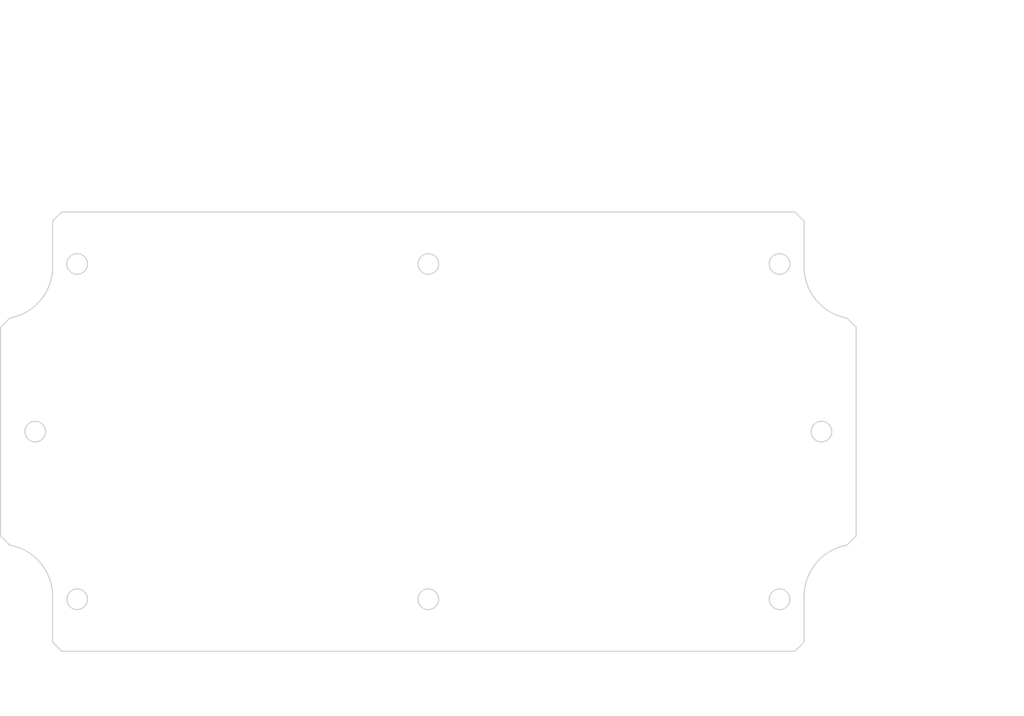
<source format=kicad_pcb>
(kicad_pcb (version 20171130) (host pcbnew "(5.1.0)-1")

  (general
    (thickness 1.6)
    (drawings 92)
    (tracks 0)
    (zones 0)
    (modules 0)
    (nets 1)
  )

  (page A4)
  (layers
    (0 F.Cu signal)
    (31 B.Cu signal)
    (32 B.Adhes user)
    (33 F.Adhes user)
    (34 B.Paste user)
    (35 F.Paste user)
    (36 B.SilkS user)
    (37 F.SilkS user)
    (38 B.Mask user)
    (39 F.Mask user)
    (40 Dwgs.User user)
    (41 Cmts.User user)
    (42 Eco1.User user)
    (43 Eco2.User user)
    (44 Edge.Cuts user)
    (45 Margin user)
    (46 B.CrtYd user)
    (47 F.CrtYd user)
    (48 B.Fab user)
    (49 F.Fab user)
  )

  (setup
    (last_trace_width 0.25)
    (trace_clearance 0.2)
    (zone_clearance 0.508)
    (zone_45_only no)
    (trace_min 0.2)
    (via_size 0.8)
    (via_drill 0.4)
    (via_min_size 0.4)
    (via_min_drill 0.3)
    (uvia_size 0.3)
    (uvia_drill 0.1)
    (uvias_allowed no)
    (uvia_min_size 0.2)
    (uvia_min_drill 0.1)
    (edge_width 0.05)
    (segment_width 0.2)
    (pcb_text_width 0.3)
    (pcb_text_size 1.5 1.5)
    (mod_edge_width 0.12)
    (mod_text_size 1 1)
    (mod_text_width 0.15)
    (pad_size 1.524 1.524)
    (pad_drill 0.762)
    (pad_to_mask_clearance 0.051)
    (solder_mask_min_width 0.25)
    (aux_axis_origin 0 0)
    (visible_elements FFFFFF7F)
    (pcbplotparams
      (layerselection 0x010fc_ffffffff)
      (usegerberextensions false)
      (usegerberattributes false)
      (usegerberadvancedattributes false)
      (creategerberjobfile false)
      (excludeedgelayer true)
      (linewidth 0.152400)
      (plotframeref false)
      (viasonmask false)
      (mode 1)
      (useauxorigin false)
      (hpglpennumber 1)
      (hpglpenspeed 20)
      (hpglpendiameter 15.000000)
      (psnegative false)
      (psa4output false)
      (plotreference true)
      (plotvalue true)
      (plotinvisibletext false)
      (padsonsilk false)
      (subtractmaskfromsilk false)
      (outputformat 1)
      (mirror false)
      (drillshape 1)
      (scaleselection 1)
      (outputdirectory ""))
  )

  (net 0 "")

  (net_class Default "This is the default net class."
    (clearance 0.2)
    (trace_width 0.25)
    (via_dia 0.8)
    (via_drill 0.4)
    (uvia_dia 0.3)
    (uvia_drill 0.1)
  )

  (gr_circle (center 195.043925 71.968085) (end 196.829863 71.968085) (layer Edge.Cuts) (width 0.2))
  (gr_circle (center 195.043925 129.968085) (end 196.829863 129.968085) (layer Edge.Cuts) (width 0.2))
  (gr_circle (center 73.543925 129.968085) (end 75.329863 129.968085) (layer Edge.Cuts) (width 0.2))
  (gr_circle (center 73.543925 71.968085) (end 75.329863 71.968085) (layer Edge.Cuts) (width 0.2))
  (gr_circle (center 134.293925 129.968085) (end 136.079863 129.968085) (layer Edge.Cuts) (width 0.2))
  (gr_circle (center 134.293925 71.968085) (end 136.079863 71.968085) (layer Edge.Cuts) (width 0.2))
  (gr_circle (center 202.293925 100.968085) (end 204.079863 100.968085) (layer Edge.Cuts) (width 0.2))
  (gr_circle (center 66.293925 100.968085) (end 68.079863 100.968085) (layer Edge.Cuts) (width 0.2))
  (gr_arc (start 208.293925 129.468085) (end 206.706425 120.6092) (angle -79.84050701) (layer Edge.Cuts) (width 0.2))
  (gr_line (start 199.293925 129.468085) (end 199.293925 137.380585) (layer Edge.Cuts) (width 0.2))
  (gr_line (start 197.706425 138.968085) (end 70.881425 138.968085) (layer Edge.Cuts) (width 0.2))
  (gr_line (start 69.293925 137.380585) (end 69.293925 129.468085) (layer Edge.Cuts) (width 0.2))
  (gr_arc (start 60.293925 129.468085) (end 69.293925 129.468085) (angle -79.84050701) (layer Edge.Cuts) (width 0.2))
  (gr_line (start 60.293925 119.0217) (end 60.293925 82.91447) (layer Edge.Cuts) (width 0.2))
  (gr_arc (start 60.293925 72.468085) (end 61.881425 81.32697) (angle -79.84050701) (layer Edge.Cuts) (width 0.2))
  (gr_line (start 69.293925 72.468085) (end 69.293925 64.555585) (layer Edge.Cuts) (width 0.2))
  (gr_line (start 70.881425 62.968085) (end 197.706425 62.968085) (layer Edge.Cuts) (width 0.2))
  (gr_line (start 199.293925 64.555585) (end 199.293925 72.468085) (layer Edge.Cuts) (width 0.2))
  (gr_arc (start 208.293925 72.468085) (end 199.293925 72.468085) (angle -79.84050701) (layer Edge.Cuts) (width 0.2))
  (gr_line (start 208.293925 82.91447) (end 208.293925 119.0217) (layer Edge.Cuts) (width 0.2))
  (gr_line (start 70.881425 62.968085) (end 69.293925 64.555585) (layer Edge.Cuts) (width 0.2))
  (gr_line (start 199.293925 64.555585) (end 197.706425 62.968085) (layer Edge.Cuts) (width 0.2))
  (gr_line (start 69.293925 137.380585) (end 70.881425 138.968085) (layer Edge.Cuts) (width 0.2))
  (gr_line (start 197.706425 138.968085) (end 199.293925 137.380585) (layer Edge.Cuts) (width 0.2))
  (gr_line (start 208.293925 82.91447) (end 206.706425 81.32697) (layer Edge.Cuts) (width 0.2))
  (gr_line (start 61.881425 81.32697) (end 60.293925 82.91447) (layer Edge.Cuts) (width 0.2))
  (gr_line (start 60.293925 119.0217) (end 61.881425 120.6092) (layer Edge.Cuts) (width 0.2))
  (gr_line (start 206.706425 120.6092) (end 208.293925 119.0217) (layer Edge.Cuts) (width 0.2))
  (gr_text [5.83] (at 128.920508 31.470598) (layer Dwgs.User)
    (effects (font (size 1.7 1.53) (thickness 0.2125)))
  )
  (gr_text " 148.00" (at 128.920508 27.913162) (layer Dwgs.User)
    (effects (font (size 1.7 1.53) (thickness 0.2125)))
  )
  (gr_line (start 206.293925 29.581136) (end 133.625522 29.581136) (layer Dwgs.User) (width 0.2))
  (gr_line (start 62.293925 29.581136) (end 124.215494 29.581136) (layer Dwgs.User) (width 0.2))
  (gr_line (start 208.293925 81.91447) (end 208.293925 26.406136) (layer Dwgs.User) (width 0.2))
  (gr_line (start 60.293925 81.91447) (end 60.293925 26.406136) (layer Dwgs.User) (width 0.2))
  (gr_text [5.35] (at 144.013533 40.506942) (layer Dwgs.User)
    (effects (font (size 1.7 1.53) (thickness 0.2125)))
  )
  (gr_text " 136.00" (at 144.013533 36.948927) (layer Dwgs.User)
    (effects (font (size 1.7 1.53) (thickness 0.2125)))
  )
  (gr_line (start 200.293925 38.617481) (end 148.718546 38.617481) (layer Dwgs.User) (width 0.2))
  (gr_line (start 68.293925 38.617481) (end 139.308519 38.617481) (layer Dwgs.User) (width 0.2))
  (gr_line (start 202.293925 99.968085) (end 202.293925 35.442481) (layer Dwgs.User) (width 0.2))
  (gr_line (start 66.293925 99.968085) (end 66.293925 35.442481) (layer Dwgs.User) (width 0.2))
  (gr_text [5.12] (at 128.65099 49.940082) (layer Dwgs.User)
    (effects (font (size 1.7 1.53) (thickness 0.2125)))
  )
  (gr_text " 130.00" (at 128.65099 46.382067) (layer Dwgs.User)
    (effects (font (size 1.7 1.53) (thickness 0.2125)))
  )
  (gr_line (start 197.293925 48.050621) (end 133.356003 48.050621) (layer Dwgs.User) (width 0.2))
  (gr_line (start 71.293925 48.050621) (end 123.945976 48.050621) (layer Dwgs.User) (width 0.2))
  (gr_line (start 199.293925 63.555585) (end 199.293925 44.875621) (layer Dwgs.User) (width 0.2))
  (gr_line (start 69.293925 63.555585) (end 69.293925 44.875621) (layer Dwgs.User) (width 0.2))
  (gr_text [4.78] (at 142.935459 57.756112) (layer Dwgs.User)
    (effects (font (size 1.7 1.53) (thickness 0.2125)))
  )
  (gr_text " 121.50" (at 142.935459 54.198677) (layer Dwgs.User)
    (effects (font (size 1.7 1.53) (thickness 0.2125)))
  )
  (gr_line (start 75.543925 55.866651) (end 138.230446 55.866651) (layer Dwgs.User) (width 0.2))
  (gr_line (start 193.043925 55.866651) (end 147.640473 55.866651) (layer Dwgs.User) (width 0.2))
  (gr_line (start 73.543925 70.968085) (end 73.543925 52.691651) (layer Dwgs.User) (width 0.2))
  (gr_line (start 195.043925 70.968085) (end 195.043925 52.691651) (layer Dwgs.User) (width 0.2))
  (gr_text [2.99] (at 233.309891 111.27705) (layer Dwgs.User)
    (effects (font (size 1.7 1.53) (thickness 0.2125)))
  )
  (gr_text " 76.00" (at 233.309891 107.719614) (layer Dwgs.User)
    (effects (font (size 1.7 1.53) (thickness 0.2125)))
  )
  (gr_line (start 233.309891 64.968085) (end 233.309891 105.830153) (layer Dwgs.User) (width 0.2))
  (gr_line (start 233.309891 136.968085) (end 233.309891 112.945024) (layer Dwgs.User) (width 0.2))
  (gr_line (start 198.706425 62.968085) (end 236.484891 62.968085) (layer Dwgs.User) (width 0.2))
  (gr_line (start 198.706425 138.968085) (end 236.484891 138.968085) (layer Dwgs.User) (width 0.2))
  (gr_text [2.28] (at 224.716724 99.182962) (layer Dwgs.User)
    (effects (font (size 1.7 1.53) (thickness 0.2125)))
  )
  (gr_text " 58.00" (at 224.716724 95.625527) (layer Dwgs.User)
    (effects (font (size 1.7 1.53) (thickness 0.2125)))
  )
  (gr_line (start 224.716724 127.968085) (end 224.716724 100.850937) (layer Dwgs.User) (width 0.2))
  (gr_line (start 224.716724 73.968085) (end 224.716724 93.736066) (layer Dwgs.User) (width 0.2))
  (gr_line (start 196.043925 129.968085) (end 227.891724 129.968085) (layer Dwgs.User) (width 0.2))
  (gr_line (start 196.043925 71.968085) (end 227.891724 71.968085) (layer Dwgs.User) (width 0.2))
  (gr_text [1.55] (at 214.53223 110.640519) (layer Dwgs.User)
    (effects (font (size 1.7 1.53) (thickness 0.2125)))
  )
  (gr_text " 39.28" (at 214.53223 107.082504) (layer Dwgs.User)
    (effects (font (size 1.7 1.53) (thickness 0.2125)))
  )
  (gr_line (start 214.53223 118.6092) (end 214.53223 112.309073) (layer Dwgs.User) (width 0.2))
  (gr_line (start 214.53223 83.32697) (end 214.53223 105.193042) (layer Dwgs.User) (width 0.2))
  (gr_line (start 207.706425 120.6092) (end 217.70723 120.6092) (layer Dwgs.User) (width 0.2))
  (gr_line (start 207.706425 81.32697) (end 217.70723 81.32697) (layer Dwgs.User) (width 0.2))
  (gr_text [.17] (at 207.15936 147.723631) (layer Dwgs.User)
    (effects (font (size 1.7 1.53) (thickness 0.2125)))
  )
  (gr_text " 4.25" (at 207.15936 144.166196) (layer Dwgs.User)
    (effects (font (size 1.7 1.53) (thickness 0.2125)))
  )
  (gr_line (start 201.293925 145.83417) (end 203.765874 145.83417) (layer Dwgs.User) (width 0.2))
  (gr_line (start 193.043925 145.83417) (end 191.043925 145.83417) (layer Dwgs.User) (width 0.2))
  (gr_line (start 195.043925 130.968085) (end 195.043925 149.00917) (layer Dwgs.User) (width 0.2))
  (gr_line (start 199.293925 138.380585) (end 199.293925 149.00917) (layer Dwgs.User) (width 0.2))
  (gr_text [.35] (at 224.582369 146.829878) (layer Dwgs.User)
    (effects (font (size 1.7 1.53) (thickness 0.2125)))
  )
  (gr_text " 9.00" (at 224.582369 143.272443) (layer Dwgs.User)
    (effects (font (size 1.7 1.53) (thickness 0.2125)))
  )
  (gr_line (start 229.966578 144.940417) (end 227.966578 144.940417) (layer Dwgs.User) (width 0.2))
  (gr_line (start 229.966578 138.968085) (end 229.966578 144.940417) (layer Dwgs.User) (width 0.2))
  (gr_line (start 229.966578 131.968085) (end 229.966578 136.968085) (layer Dwgs.User) (width 0.2))
  (gr_line (start 196.043925 129.968085) (end 233.141578 129.968085) (layer Dwgs.User) (width 0.2))
  (gr_line (start 198.706425 138.968085) (end 233.141578 138.968085) (layer Dwgs.User) (width 0.2))
  (gr_text [R0.35] (at 186.636766 121.099532) (layer Dwgs.User)
    (effects (font (size 1.7 1.53) (thickness 0.2125)))
  )
  (gr_text " R9.00" (at 186.636766 117.542097) (layer Dwgs.User)
    (effects (font (size 1.7 1.53) (thickness 0.2125)))
  )
  (gr_line (start 193.107537 119.210071) (end 199.178595 123.310914) (layer Dwgs.User) (width 0.2))
  (gr_line (start 191.107537 119.210071) (end 193.107537 119.210071) (layer Dwgs.User) (width 0.2))
  (gr_line (start 195.043925 130.058085) (end 195.043925 129.878085) (layer Dwgs.User) (width 0.2))
  (gr_line (start 194.953925 129.968085) (end 195.133925 129.968085) (layer Dwgs.User) (width 0.2))
  (gr_text " ∅3.57\n[∅0.14]" (at 175.619543 147.48548) (layer Dwgs.User)
    (effects (font (size 1.7 1.53) (thickness 0.2125)))
  )
  (gr_line (start 182.156412 147.48548) (end 192.800372 133.017641) (layer Dwgs.User) (width 0.2))
  (gr_line (start 180.156412 147.48548) (end 182.156412 147.48548) (layer Dwgs.User) (width 0.2))

)

</source>
